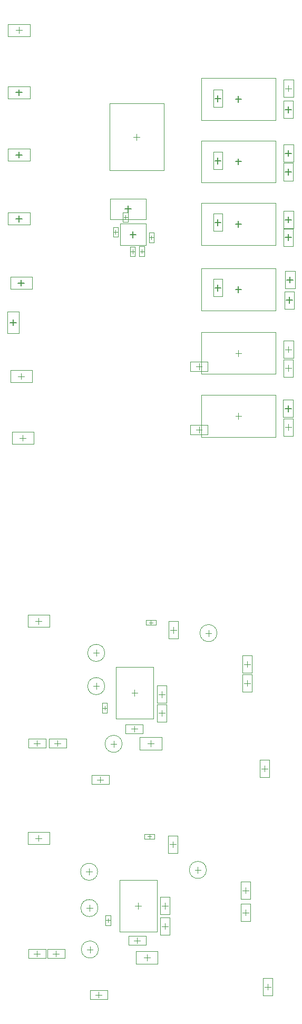
<source format=gbr>
G04 Layer_Color=32768*
%FSLAX26Y26*%
%MOIN*%
%TF.FileFunction,Other,Mechanical_15*%
%TF.Part,Single*%
G01*
G75*
%TA.AperFunction,NonConductor*%
%ADD70C,0.003937*%
%ADD73C,0.005000*%
%ADD81C,0.001968*%
D70*
X560315Y1730000D02*
X599685D01*
X580000Y1710315D02*
Y1749685D01*
X960315Y1500000D02*
X999685D01*
X980000Y1480315D02*
Y1519685D01*
X1900000Y780315D02*
Y819685D01*
X1880315Y800000D02*
X1919685D01*
X1880315Y659999D02*
X1919685D01*
X1900001Y640315D02*
Y679685D01*
X699999Y380315D02*
Y419685D01*
X680315Y399999D02*
X719685D01*
X580000Y380315D02*
Y419685D01*
X560316Y399999D02*
X599686D01*
X950315Y140000D02*
X989685D01*
X970000Y120315D02*
Y159685D01*
X1890315Y2230000D02*
X1929685D01*
X1910000Y2210315D02*
Y2249685D01*
Y2090315D02*
Y2129685D01*
X1890315Y2110000D02*
X1929685D01*
X1279819Y1728402D02*
X1319189D01*
X1299504Y1708717D02*
Y1748087D01*
X570332Y2503250D02*
X609702D01*
X590017Y2483565D02*
Y2522935D01*
X570315Y1130000D02*
X609685D01*
X590000Y1110315D02*
Y1149685D01*
X1255315Y375000D02*
X1294685D01*
X1275000Y355315D02*
Y394685D01*
X1644819Y2426402D02*
X1684189D01*
X1664504Y2406717D02*
Y2446087D01*
X1044819Y1726402D02*
X1084189D01*
X1064504Y1706717D02*
Y1746087D01*
X934819Y2091402D02*
X974189D01*
X954504Y2071717D02*
Y2111087D01*
X934819Y2301402D02*
X974189D01*
X954504Y2281717D02*
Y2321087D01*
X894819Y426402D02*
X934189D01*
X914504Y406717D02*
Y446087D01*
X891819Y688402D02*
X931189D01*
X911504Y668717D02*
Y708087D01*
X889819Y917402D02*
X929189D01*
X909504Y897717D02*
Y937087D01*
X1577819Y929402D02*
X1617189D01*
X1597504Y909717D02*
Y949087D01*
X1190332Y5563250D02*
X1229702D01*
X1210017Y5543565D02*
Y5582935D01*
X1584818Y4111402D02*
X1624188D01*
X1604502Y4091718D02*
Y4131088D01*
X2169230Y4082058D02*
Y4121428D01*
X2149546Y4101744D02*
X2188916D01*
X2150315Y5869999D02*
X2189685D01*
X2170001Y5850315D02*
Y5889685D01*
X1584820Y3711404D02*
X1624190D01*
X1604504Y3691718D02*
Y3731088D01*
X2169230Y3708042D02*
Y3747412D01*
X2149546Y3727728D02*
X2188916D01*
X1834584Y4196508D02*
X1873954D01*
X1854270Y4176822D02*
Y4216192D01*
X1834584Y3798594D02*
X1873954D01*
X1854270Y3778908D02*
Y3818280D01*
X2150315Y4220000D02*
X2189685D01*
X2170001Y4200316D02*
Y4239686D01*
X709999Y1710316D02*
Y1749686D01*
X690315Y1730000D02*
X729685D01*
X1197504Y2028718D02*
Y2068088D01*
X1177820Y2048402D02*
X1217190D01*
X1349820Y1920402D02*
X1389190D01*
X1369504Y1900716D02*
Y1940086D01*
X1349820Y2039402D02*
X1389190D01*
X1369504Y2019716D02*
Y2059086D01*
X1369820Y703252D02*
X1409190D01*
X1389504Y683566D02*
Y722936D01*
X1369820Y573402D02*
X1409190D01*
X1389504Y553716D02*
Y593086D01*
X1418820Y1090402D02*
X1458190D01*
X1438504Y1070716D02*
Y1110086D01*
X446789Y6237568D02*
X486159D01*
X466473Y6217884D02*
Y6257254D01*
X489999Y3640315D02*
Y3679685D01*
X470313Y3659999D02*
X509683D01*
X1422820Y2446402D02*
X1462190D01*
X1442504Y2426718D02*
Y2466088D01*
X1220018Y683566D02*
Y722936D01*
X1200332Y703250D02*
X1239702D01*
X2020315Y190000D02*
X2059685D01*
X2040001Y170314D02*
Y209686D01*
X1213504Y463716D02*
Y503088D01*
X1193820Y483402D02*
X1233190D01*
X1195504Y1800716D02*
Y1840088D01*
X1175820Y1820402D02*
X1215190D01*
X2000315Y1569999D02*
X2039685D01*
X2019999Y1550315D02*
Y1589685D01*
X479999Y4030315D02*
Y4069685D01*
X460313Y4050001D02*
X499683D01*
D73*
X1724350Y4589930D02*
Y4629300D01*
X1704664Y4609616D02*
X1744034D01*
X1724350Y5003316D02*
Y5042686D01*
X1704664Y5023002D02*
X1744034D01*
X1724348Y5393082D02*
Y5432452D01*
X1704662Y5412768D02*
X1744032D01*
X1168050Y4946308D02*
X1207420D01*
X1187734Y4926624D02*
Y4965994D01*
X1156238Y5088042D02*
Y5127412D01*
X1136554Y5107726D02*
X1175924D01*
X2169229Y5715917D02*
Y5755287D01*
X2149544Y5735601D02*
X2188914D01*
X2169230Y5322214D02*
Y5361584D01*
X2149544Y5341900D02*
X2188916D01*
X2177102Y4511190D02*
Y4550560D01*
X2157419Y4530876D02*
X2196789D01*
X2169230Y4908828D02*
Y4948198D01*
X2149544Y4928512D02*
X2188914D01*
X2149546Y3845838D02*
X2188916D01*
X2169230Y3826154D02*
Y3865524D01*
X2150315Y5460000D02*
X2189685D01*
X2170001Y5440316D02*
Y5479686D01*
X2160315Y4659999D02*
X2199685D01*
X2180001Y4640315D02*
Y4679685D01*
X2150315Y5039999D02*
X2189685D01*
X2170001Y5020315D02*
Y5059685D01*
X1724348Y5786782D02*
Y5826152D01*
X1704664Y5806468D02*
X1744034D01*
X1834584Y5801402D02*
X1873954D01*
X1854268Y5781716D02*
Y5821086D01*
X1834584Y5407042D02*
X1873954D01*
X1854268Y5387356D02*
Y5426728D01*
X1834584Y4598908D02*
X1873954D01*
X1854268Y4579222D02*
Y4618592D01*
X1834584Y5012686D02*
X1873954D01*
X1854268Y4993000D02*
Y5032370D01*
X466473Y5824181D02*
Y5863551D01*
X446787Y5843867D02*
X486159D01*
X466474Y5430484D02*
Y5469854D01*
X446788Y5450168D02*
X486158D01*
X466474Y5026942D02*
Y5066312D01*
X446790Y5046626D02*
X486160D01*
X479999Y4620317D02*
Y4659687D01*
X460315Y4640001D02*
X499685D01*
X410315Y4389999D02*
X449685D01*
X430001Y4370313D02*
Y4409685D01*
D81*
X1718441Y2426402D02*
G03*
X1718441Y2426402I-53937J0D01*
G01*
X1118441Y1726402D02*
G03*
X1118441Y1726402I-53937J0D01*
G01*
X1008441Y2091402D02*
G03*
X1008441Y2091402I-53937J0D01*
G01*
Y2301402D02*
G03*
X1008441Y2301402I-53937J0D01*
G01*
X968441Y426402D02*
G03*
X968441Y426402I-53937J0D01*
G01*
X965441Y688402D02*
G03*
X965441Y688402I-53937J0D01*
G01*
X963441Y917402D02*
G03*
X963441Y917402I-53937J0D01*
G01*
X1651441Y929402D02*
G03*
X1651441Y929402I-53937J0D01*
G01*
X635118Y1700473D02*
Y1759528D01*
X524882Y1700473D02*
Y1759528D01*
X635118D01*
X524882Y1700473D02*
X635118D01*
X1035118Y1470473D02*
Y1529528D01*
X924882Y1470473D02*
Y1529528D01*
X1035118D01*
X924882Y1470473D02*
X1035118D01*
X1870473Y744882D02*
X1929528D01*
X1870473Y855118D02*
X1929528D01*
Y744882D02*
Y855118D01*
X1870473Y744882D02*
Y855118D01*
X1929527Y604881D02*
Y715117D01*
X1870473Y604881D02*
Y715117D01*
Y604881D02*
X1929527D01*
X1870473Y715117D02*
X1929527D01*
X644881Y429527D02*
X755117D01*
X644881Y370473D02*
X755117D01*
Y429527D01*
X644881Y370473D02*
Y429527D01*
X524881Y370473D02*
X635117D01*
X524881Y429527D02*
X635117D01*
X524881Y370473D02*
Y429527D01*
X635117Y370473D02*
Y429527D01*
X1025118Y110472D02*
Y169528D01*
X914882Y110472D02*
Y169528D01*
X1025118D01*
X914882Y110472D02*
X1025118D01*
X1880473Y2174882D02*
Y2285118D01*
X1939528Y2174882D02*
Y2285118D01*
X1880473D02*
X1939528D01*
X1880473Y2174882D02*
X1939528D01*
X1880472Y2165118D02*
X1939527D01*
X1880472Y2054882D02*
X1939527D01*
X1880472D02*
Y2165118D01*
X1939527Y2054882D02*
Y2165118D01*
X1368401Y1689032D02*
Y1767772D01*
X1230606Y1689032D02*
Y1767772D01*
X1368401D01*
X1230606Y1689032D02*
X1368401D01*
X521120Y2463880D02*
Y2542620D01*
X658915Y2463880D02*
Y2542620D01*
X521120Y2463880D02*
X658915D01*
X521120Y2542620D02*
X658915D01*
X521102Y1090630D02*
Y1169370D01*
X658898Y1090630D02*
Y1169370D01*
X521102Y1090630D02*
X658898D01*
X521102Y1169370D02*
X658898D01*
X1343898Y335630D02*
Y414370D01*
X1206102Y335630D02*
Y414370D01*
X1343898D01*
X1206102Y335630D02*
X1343898D01*
X1381277Y5350652D02*
Y5775849D01*
X1038757Y5350652D02*
Y5775849D01*
Y5350652D02*
X1381277D01*
X1038757Y5775849D02*
X1381277D01*
X1549384Y4081874D02*
Y4140930D01*
X1659620Y4081874D02*
Y4140930D01*
X1549384D02*
X1659620D01*
X1549384Y4081874D02*
X1659620D01*
X2139704Y4046626D02*
X2198758D01*
X2139704Y4156862D02*
X2198758D01*
X2139704Y4046626D02*
Y4156862D01*
X2198758Y4046626D02*
Y4156862D01*
X2138505Y5814882D02*
Y5925118D01*
X2201497Y5814882D02*
Y5925118D01*
X2138505Y5814882D02*
X2201497D01*
X2138505Y5925118D02*
X2201497D01*
X1549386Y3681876D02*
Y3740930D01*
X1659622Y3681876D02*
Y3740930D01*
X1549386D02*
X1659622D01*
X1549386Y3681876D02*
X1659622D01*
X1694822Y4664734D02*
X1753876D01*
X1694822Y4554496D02*
X1753876D01*
Y4664734D01*
X1694822Y4554496D02*
Y4664734D01*
Y5078120D02*
X1753878D01*
X1694822Y4967882D02*
X1753878D01*
Y5078120D01*
X1694822Y4967882D02*
Y5078120D01*
X1694820Y5467886D02*
X1753876D01*
X1694820Y5357648D02*
X1753876D01*
Y5467886D01*
X1694820Y5357648D02*
Y5467886D01*
X2139702Y3672610D02*
X2198758D01*
X2139702Y3782846D02*
X2198758D01*
X2139702Y3672610D02*
Y3782846D01*
X2198758Y3672610D02*
Y3782846D01*
X1618050Y4063830D02*
Y4329184D01*
X2090490Y4063830D02*
Y4329184D01*
X1618050Y4063830D02*
X2090096D01*
X1618050Y4329184D02*
X2090096D01*
X1618050Y3665916D02*
Y3931272D01*
X2090490Y3665916D02*
Y3931272D01*
X1618050Y3665916D02*
X2090096D01*
X1618050Y3931272D02*
X2090096D01*
X2138505Y4164882D02*
Y4275118D01*
X2201497Y4164882D02*
Y4275118D01*
X2138505Y4164882D02*
X2201497D01*
X2138505Y4275118D02*
X2201497D01*
X1105058Y4877412D02*
Y5015206D01*
X1270412Y4877412D02*
Y5015206D01*
X1105058D02*
X1270412D01*
X1105058Y4877412D02*
X1270412D01*
X1288442Y4896782D02*
X1319940D01*
X1288442Y4959774D02*
X1319940D01*
X1288442Y4896782D02*
Y4959774D01*
X1319940Y4896782D02*
Y4959774D01*
X1304190Y4916466D02*
Y4940090D01*
X1292380Y4928278D02*
X1316002D01*
X1061750Y4993552D02*
X1093246D01*
X1061750Y4930560D02*
X1093246D01*
Y4993552D01*
X1061750Y4930560D02*
Y4993552D01*
X1077498Y4950246D02*
Y4973868D01*
X1065688Y4962056D02*
X1089310D01*
X1044034Y5042766D02*
X1268444D01*
X1044034Y5172686D02*
X1268444D01*
Y5042766D02*
Y5172686D01*
X1044034Y5042766D02*
Y5172686D01*
X2139702Y5680483D02*
X2198756D01*
X2139702Y5790719D02*
X2198756D01*
X2139702Y5680483D02*
Y5790719D01*
X2198756Y5680483D02*
Y5790719D01*
X2139702Y5286782D02*
X2198758D01*
X2139702Y5397018D02*
X2198758D01*
X2139702Y5286782D02*
Y5397018D01*
X2198758Y5286782D02*
Y5397018D01*
X2147575Y4475758D02*
X2206631D01*
X2147575Y4585994D02*
X2206631D01*
X2147575Y4475758D02*
Y4585994D01*
X2206631Y4475758D02*
Y4585994D01*
X2139702Y4873394D02*
X2198758D01*
X2139702Y4983630D02*
X2198758D01*
X2139702Y4873394D02*
Y4983630D01*
X2198758Y4873394D02*
Y4983630D01*
X2137734Y3790720D02*
Y3900956D01*
X2200726Y3790720D02*
Y3900956D01*
X2137734Y3790720D02*
X2200726D01*
X2137734Y3900956D02*
X2200726D01*
X2138505Y5404882D02*
Y5515118D01*
X2201497Y5404882D02*
Y5515118D01*
X2138505Y5404882D02*
X2201497D01*
X2138505Y5515118D02*
X2201497D01*
X2148503Y4604881D02*
Y4715117D01*
X2211497Y4604881D02*
Y4715117D01*
X2148503Y4604881D02*
X2211497D01*
X2148503Y4715117D02*
X2211497D01*
X2138505Y4984881D02*
Y5095117D01*
X2201497Y4984881D02*
Y5095117D01*
X2138505Y4984881D02*
X2201497D01*
X2138505Y5095117D02*
X2201497D01*
X1227420Y4871192D02*
X1258916D01*
X1227420Y4808200D02*
X1258916D01*
Y4871192D01*
X1227420Y4808200D02*
Y4871192D01*
X1243168Y4827884D02*
Y4851506D01*
X1231358Y4839696D02*
X1254980D01*
X1172972Y4838750D02*
X1196594D01*
X1184782Y4826938D02*
Y4850560D01*
X1169034Y4807254D02*
Y4870246D01*
X1200530Y4807254D02*
Y4870246D01*
X1169034Y4807254D02*
X1200530D01*
X1169034Y4870246D02*
X1200530D01*
X1694820Y5861586D02*
X1753876D01*
X1694820Y5751348D02*
X1753876D01*
Y5861586D01*
X1694820Y5751348D02*
Y5861586D01*
X1618048Y5668724D02*
Y5934078D01*
X2090490Y5668724D02*
Y5934078D01*
X1618048Y5668724D02*
X2090096D01*
X1618048Y5934078D02*
X2090096D01*
X1618048Y5274364D02*
Y5539720D01*
X2090490Y5274364D02*
Y5539720D01*
X1618048Y5274364D02*
X2090096D01*
X1618048Y5539720D02*
X2090096D01*
X1618048Y4466230D02*
Y4731584D01*
X2090490Y4466230D02*
Y4731584D01*
X1618048Y4466230D02*
X2090096D01*
X1618048Y4731584D02*
X2090096D01*
X1618048Y4880008D02*
Y5145364D01*
X2090490Y4880008D02*
Y5145364D01*
X1618048Y4880008D02*
X2090096D01*
X1618048Y5145364D02*
X2090096D01*
X1124072Y5086742D02*
X1155568D01*
X1124072Y5023750D02*
X1155568D01*
X1124072D02*
Y5086742D01*
X1155568Y5023750D02*
Y5086742D01*
X1139820Y5043434D02*
Y5067056D01*
X1128010Y5055246D02*
X1151632D01*
X654881Y1759528D02*
X765117D01*
X654881Y1700472D02*
X765117D01*
Y1759528D01*
X654881Y1700472D02*
Y1759528D01*
X1291276Y1129302D02*
Y1152924D01*
X1279466Y1141112D02*
X1303088D01*
X1259780Y1125364D02*
X1322772D01*
X1259780Y1156860D02*
X1322772D01*
X1259780Y1125364D02*
Y1156860D01*
X1322772Y1125364D02*
Y1156860D01*
X1079394Y2211788D02*
X1315614D01*
X1079394Y1885016D02*
X1315614D01*
X1079394D02*
Y2211788D01*
X1315614Y1885016D02*
Y2211788D01*
X1399032Y1865284D02*
Y1975520D01*
X1339978Y1865284D02*
Y1975520D01*
Y1865284D02*
X1399032D01*
X1339978Y1975520D02*
X1399032D01*
X1339978Y1984284D02*
Y2094520D01*
X1399032Y1984284D02*
Y2094520D01*
X1339978D02*
X1399032D01*
X1339978Y1984284D02*
X1399032D01*
X1359978Y648134D02*
Y758370D01*
X1419032Y648134D02*
Y758370D01*
X1359978D02*
X1419032D01*
X1359978Y648134D02*
X1419032D01*
Y518284D02*
Y628520D01*
X1359978Y518284D02*
Y628520D01*
Y518284D02*
X1419032D01*
X1359978Y628520D02*
X1419032D01*
X1408978Y1035284D02*
Y1145520D01*
X1468032Y1035284D02*
Y1145520D01*
X1408978D02*
X1468032D01*
X1408978Y1035284D02*
X1468032D01*
X1017694Y610402D02*
X1041316D01*
X1029504Y598592D02*
Y622214D01*
X1013756Y578906D02*
Y641898D01*
X1045252Y578906D02*
Y641898D01*
X1013756D02*
X1045252D01*
X1013756Y578906D02*
X1045252D01*
X996694Y1953402D02*
X1020316D01*
X1008504Y1941592D02*
Y1965214D01*
X992756Y1921906D02*
Y1984898D01*
X1024252Y1921906D02*
Y1984898D01*
X992756D02*
X1024252D01*
X992756Y1921906D02*
X1024252D01*
X397575Y6200168D02*
Y6274970D01*
X535371Y6200168D02*
Y6274970D01*
X397575D02*
X535371D01*
X397575Y6200168D02*
X535371D01*
X397575Y5806465D02*
X535371D01*
X397575Y5881269D02*
X535371D01*
Y5806465D02*
Y5881269D01*
X397575Y5806465D02*
Y5881269D01*
X397576Y5412766D02*
X535372D01*
X397576Y5487570D02*
X535372D01*
Y5412766D02*
Y5487570D01*
X397576Y5412766D02*
Y5487570D01*
Y5009224D02*
X535372D01*
X397576Y5084028D02*
X535372D01*
Y5009224D02*
Y5084028D01*
X397576Y5009224D02*
Y5084028D01*
X411101Y4602599D02*
X548897D01*
X411101Y4677403D02*
X548897D01*
Y4602599D02*
Y4677403D01*
X411101Y4602599D02*
Y4677403D01*
X392599Y4321101D02*
Y4458897D01*
X467403Y4321101D02*
Y4458897D01*
X392599Y4321101D02*
X467403D01*
X392599Y4458897D02*
X467403D01*
X421101Y3622599D02*
X558897D01*
X421101Y3697401D02*
X558897D01*
Y3622599D02*
Y3697401D01*
X421101Y3622599D02*
Y3697401D01*
X1412978Y2391284D02*
Y2501520D01*
X1472032Y2391284D02*
Y2501520D01*
X1412978D02*
X1472032D01*
X1412978Y2391284D02*
X1472032D01*
X1101908Y866636D02*
X1338128D01*
X1101908Y539864D02*
X1338128D01*
X1101908D02*
Y866636D01*
X1338128Y539864D02*
Y866636D01*
X1300018Y2481440D02*
Y2505062D01*
X1288206Y2493250D02*
X1311828D01*
X1268522Y2477502D02*
X1331514D01*
X1268522Y2508998D02*
X1331514D01*
X1268522Y2477502D02*
Y2508998D01*
X1331514Y2477502D02*
Y2508998D01*
X2010473Y134882D02*
Y245118D01*
X2069527Y134882D02*
Y245118D01*
X2010473D02*
X2069527D01*
X2010473Y134882D02*
X2069527D01*
X1158386Y512930D02*
X1268622D01*
X1158386Y453874D02*
X1268622D01*
Y512930D01*
X1158386Y453874D02*
Y512930D01*
X1140386Y1849930D02*
X1250622D01*
X1140386Y1790874D02*
X1250622D01*
Y1849930D01*
X1140386Y1790874D02*
Y1849930D01*
X1990473Y1514881D02*
Y1625117D01*
X2049527Y1514881D02*
Y1625117D01*
X1990473D02*
X2049527D01*
X1990473Y1514881D02*
X2049527D01*
X411101Y4012599D02*
X548897D01*
X411101Y4087401D02*
X548897D01*
Y4012599D02*
Y4087401D01*
X411101Y4012599D02*
Y4087401D01*
%TF.MD5,cb054c2cc55e050ed1f35e95dddeed50*%
M02*

</source>
